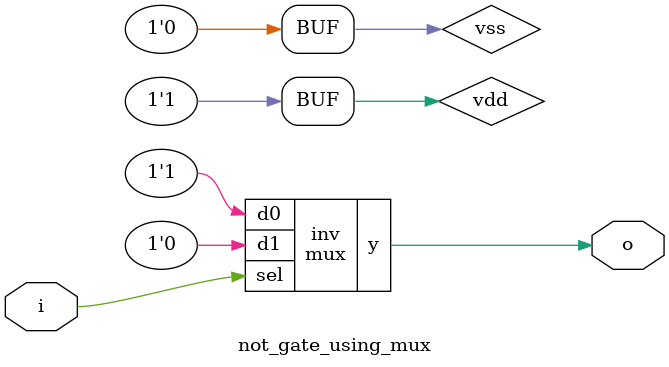
<source format=sv>

module mux
(
  input  d0, d1,
  input  sel,
  output y
);

  assign y = sel ? d1 : d0;

endmodule

//----------------------------------------------------------------------------
// Task
//----------------------------------------------------------------------------

module not_gate_using_mux
(
    input  i,
    output o
);

  // Task:
  // Implement not gate using instance(s) of mux,
  // constants 0 and 1, and wire connections

  wire vss = 0;
  wire vdd = 1;

  mux inv
  (
    .d0(vdd), .d1(vss),
    .sel(i),
    .y(o)
  );

  


endmodule

</source>
